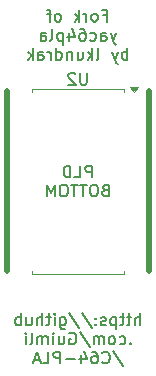
<source format=gbr>
%TF.GenerationSoftware,KiCad,Pcbnew,8.0.8*%
%TF.CreationDate,2025-03-10T01:42:14+01:00*%
%TF.ProjectId,C64-PLA,4336342d-504c-4412-9e6b-696361645f70,rev?*%
%TF.SameCoordinates,Original*%
%TF.FileFunction,Legend,Bot*%
%TF.FilePolarity,Positive*%
%FSLAX46Y46*%
G04 Gerber Fmt 4.6, Leading zero omitted, Abs format (unit mm)*
G04 Created by KiCad (PCBNEW 8.0.8) date 2025-03-10 01:42:14*
%MOMM*%
%LPD*%
G01*
G04 APERTURE LIST*
%ADD10C,0.500000*%
%ADD11C,0.150000*%
%ADD12C,0.120000*%
G04 APERTURE END LIST*
D10*
X112706500Y-70167500D02*
X112706500Y-54927500D01*
X100641500Y-54927500D02*
X100641500Y-70167500D01*
D11*
X111935904Y-74727375D02*
X111935904Y-73727375D01*
X111507333Y-74727375D02*
X111507333Y-74203565D01*
X111507333Y-74203565D02*
X111554952Y-74108327D01*
X111554952Y-74108327D02*
X111650190Y-74060708D01*
X111650190Y-74060708D02*
X111793047Y-74060708D01*
X111793047Y-74060708D02*
X111888285Y-74108327D01*
X111888285Y-74108327D02*
X111935904Y-74155946D01*
X111173999Y-74060708D02*
X110793047Y-74060708D01*
X111031142Y-73727375D02*
X111031142Y-74584517D01*
X111031142Y-74584517D02*
X110983523Y-74679756D01*
X110983523Y-74679756D02*
X110888285Y-74727375D01*
X110888285Y-74727375D02*
X110793047Y-74727375D01*
X110602570Y-74060708D02*
X110221618Y-74060708D01*
X110459713Y-73727375D02*
X110459713Y-74584517D01*
X110459713Y-74584517D02*
X110412094Y-74679756D01*
X110412094Y-74679756D02*
X110316856Y-74727375D01*
X110316856Y-74727375D02*
X110221618Y-74727375D01*
X109888284Y-74060708D02*
X109888284Y-75060708D01*
X109888284Y-74108327D02*
X109793046Y-74060708D01*
X109793046Y-74060708D02*
X109602570Y-74060708D01*
X109602570Y-74060708D02*
X109507332Y-74108327D01*
X109507332Y-74108327D02*
X109459713Y-74155946D01*
X109459713Y-74155946D02*
X109412094Y-74251184D01*
X109412094Y-74251184D02*
X109412094Y-74536898D01*
X109412094Y-74536898D02*
X109459713Y-74632136D01*
X109459713Y-74632136D02*
X109507332Y-74679756D01*
X109507332Y-74679756D02*
X109602570Y-74727375D01*
X109602570Y-74727375D02*
X109793046Y-74727375D01*
X109793046Y-74727375D02*
X109888284Y-74679756D01*
X109031141Y-74679756D02*
X108935903Y-74727375D01*
X108935903Y-74727375D02*
X108745427Y-74727375D01*
X108745427Y-74727375D02*
X108650189Y-74679756D01*
X108650189Y-74679756D02*
X108602570Y-74584517D01*
X108602570Y-74584517D02*
X108602570Y-74536898D01*
X108602570Y-74536898D02*
X108650189Y-74441660D01*
X108650189Y-74441660D02*
X108745427Y-74394041D01*
X108745427Y-74394041D02*
X108888284Y-74394041D01*
X108888284Y-74394041D02*
X108983522Y-74346422D01*
X108983522Y-74346422D02*
X109031141Y-74251184D01*
X109031141Y-74251184D02*
X109031141Y-74203565D01*
X109031141Y-74203565D02*
X108983522Y-74108327D01*
X108983522Y-74108327D02*
X108888284Y-74060708D01*
X108888284Y-74060708D02*
X108745427Y-74060708D01*
X108745427Y-74060708D02*
X108650189Y-74108327D01*
X108173998Y-74632136D02*
X108126379Y-74679756D01*
X108126379Y-74679756D02*
X108173998Y-74727375D01*
X108173998Y-74727375D02*
X108221617Y-74679756D01*
X108221617Y-74679756D02*
X108173998Y-74632136D01*
X108173998Y-74632136D02*
X108173998Y-74727375D01*
X108173998Y-74108327D02*
X108126379Y-74155946D01*
X108126379Y-74155946D02*
X108173998Y-74203565D01*
X108173998Y-74203565D02*
X108221617Y-74155946D01*
X108221617Y-74155946D02*
X108173998Y-74108327D01*
X108173998Y-74108327D02*
X108173998Y-74203565D01*
X106983523Y-73679756D02*
X107840665Y-74965470D01*
X105935904Y-73679756D02*
X106793046Y-74965470D01*
X105173999Y-74060708D02*
X105173999Y-74870232D01*
X105173999Y-74870232D02*
X105221618Y-74965470D01*
X105221618Y-74965470D02*
X105269237Y-75013089D01*
X105269237Y-75013089D02*
X105364475Y-75060708D01*
X105364475Y-75060708D02*
X105507332Y-75060708D01*
X105507332Y-75060708D02*
X105602570Y-75013089D01*
X105173999Y-74679756D02*
X105269237Y-74727375D01*
X105269237Y-74727375D02*
X105459713Y-74727375D01*
X105459713Y-74727375D02*
X105554951Y-74679756D01*
X105554951Y-74679756D02*
X105602570Y-74632136D01*
X105602570Y-74632136D02*
X105650189Y-74536898D01*
X105650189Y-74536898D02*
X105650189Y-74251184D01*
X105650189Y-74251184D02*
X105602570Y-74155946D01*
X105602570Y-74155946D02*
X105554951Y-74108327D01*
X105554951Y-74108327D02*
X105459713Y-74060708D01*
X105459713Y-74060708D02*
X105269237Y-74060708D01*
X105269237Y-74060708D02*
X105173999Y-74108327D01*
X104697808Y-74727375D02*
X104697808Y-74060708D01*
X104697808Y-73727375D02*
X104745427Y-73774994D01*
X104745427Y-73774994D02*
X104697808Y-73822613D01*
X104697808Y-73822613D02*
X104650189Y-73774994D01*
X104650189Y-73774994D02*
X104697808Y-73727375D01*
X104697808Y-73727375D02*
X104697808Y-73822613D01*
X104364475Y-74060708D02*
X103983523Y-74060708D01*
X104221618Y-73727375D02*
X104221618Y-74584517D01*
X104221618Y-74584517D02*
X104173999Y-74679756D01*
X104173999Y-74679756D02*
X104078761Y-74727375D01*
X104078761Y-74727375D02*
X103983523Y-74727375D01*
X103650189Y-74727375D02*
X103650189Y-73727375D01*
X103221618Y-74727375D02*
X103221618Y-74203565D01*
X103221618Y-74203565D02*
X103269237Y-74108327D01*
X103269237Y-74108327D02*
X103364475Y-74060708D01*
X103364475Y-74060708D02*
X103507332Y-74060708D01*
X103507332Y-74060708D02*
X103602570Y-74108327D01*
X103602570Y-74108327D02*
X103650189Y-74155946D01*
X102316856Y-74060708D02*
X102316856Y-74727375D01*
X102745427Y-74060708D02*
X102745427Y-74584517D01*
X102745427Y-74584517D02*
X102697808Y-74679756D01*
X102697808Y-74679756D02*
X102602570Y-74727375D01*
X102602570Y-74727375D02*
X102459713Y-74727375D01*
X102459713Y-74727375D02*
X102364475Y-74679756D01*
X102364475Y-74679756D02*
X102316856Y-74632136D01*
X101840665Y-74727375D02*
X101840665Y-73727375D01*
X101840665Y-74108327D02*
X101745427Y-74060708D01*
X101745427Y-74060708D02*
X101554951Y-74060708D01*
X101554951Y-74060708D02*
X101459713Y-74108327D01*
X101459713Y-74108327D02*
X101412094Y-74155946D01*
X101412094Y-74155946D02*
X101364475Y-74251184D01*
X101364475Y-74251184D02*
X101364475Y-74536898D01*
X101364475Y-74536898D02*
X101412094Y-74632136D01*
X101412094Y-74632136D02*
X101459713Y-74679756D01*
X101459713Y-74679756D02*
X101554951Y-74727375D01*
X101554951Y-74727375D02*
X101745427Y-74727375D01*
X101745427Y-74727375D02*
X101840665Y-74679756D01*
X111102570Y-76242080D02*
X111054951Y-76289700D01*
X111054951Y-76289700D02*
X111102570Y-76337319D01*
X111102570Y-76337319D02*
X111150189Y-76289700D01*
X111150189Y-76289700D02*
X111102570Y-76242080D01*
X111102570Y-76242080D02*
X111102570Y-76337319D01*
X110197809Y-76289700D02*
X110293047Y-76337319D01*
X110293047Y-76337319D02*
X110483523Y-76337319D01*
X110483523Y-76337319D02*
X110578761Y-76289700D01*
X110578761Y-76289700D02*
X110626380Y-76242080D01*
X110626380Y-76242080D02*
X110673999Y-76146842D01*
X110673999Y-76146842D02*
X110673999Y-75861128D01*
X110673999Y-75861128D02*
X110626380Y-75765890D01*
X110626380Y-75765890D02*
X110578761Y-75718271D01*
X110578761Y-75718271D02*
X110483523Y-75670652D01*
X110483523Y-75670652D02*
X110293047Y-75670652D01*
X110293047Y-75670652D02*
X110197809Y-75718271D01*
X109626380Y-76337319D02*
X109721618Y-76289700D01*
X109721618Y-76289700D02*
X109769237Y-76242080D01*
X109769237Y-76242080D02*
X109816856Y-76146842D01*
X109816856Y-76146842D02*
X109816856Y-75861128D01*
X109816856Y-75861128D02*
X109769237Y-75765890D01*
X109769237Y-75765890D02*
X109721618Y-75718271D01*
X109721618Y-75718271D02*
X109626380Y-75670652D01*
X109626380Y-75670652D02*
X109483523Y-75670652D01*
X109483523Y-75670652D02*
X109388285Y-75718271D01*
X109388285Y-75718271D02*
X109340666Y-75765890D01*
X109340666Y-75765890D02*
X109293047Y-75861128D01*
X109293047Y-75861128D02*
X109293047Y-76146842D01*
X109293047Y-76146842D02*
X109340666Y-76242080D01*
X109340666Y-76242080D02*
X109388285Y-76289700D01*
X109388285Y-76289700D02*
X109483523Y-76337319D01*
X109483523Y-76337319D02*
X109626380Y-76337319D01*
X108864475Y-76337319D02*
X108864475Y-75670652D01*
X108864475Y-75765890D02*
X108816856Y-75718271D01*
X108816856Y-75718271D02*
X108721618Y-75670652D01*
X108721618Y-75670652D02*
X108578761Y-75670652D01*
X108578761Y-75670652D02*
X108483523Y-75718271D01*
X108483523Y-75718271D02*
X108435904Y-75813509D01*
X108435904Y-75813509D02*
X108435904Y-76337319D01*
X108435904Y-75813509D02*
X108388285Y-75718271D01*
X108388285Y-75718271D02*
X108293047Y-75670652D01*
X108293047Y-75670652D02*
X108150190Y-75670652D01*
X108150190Y-75670652D02*
X108054951Y-75718271D01*
X108054951Y-75718271D02*
X108007332Y-75813509D01*
X108007332Y-75813509D02*
X108007332Y-76337319D01*
X106816857Y-75289700D02*
X107673999Y-76575414D01*
X105959714Y-75384938D02*
X106054952Y-75337319D01*
X106054952Y-75337319D02*
X106197809Y-75337319D01*
X106197809Y-75337319D02*
X106340666Y-75384938D01*
X106340666Y-75384938D02*
X106435904Y-75480176D01*
X106435904Y-75480176D02*
X106483523Y-75575414D01*
X106483523Y-75575414D02*
X106531142Y-75765890D01*
X106531142Y-75765890D02*
X106531142Y-75908747D01*
X106531142Y-75908747D02*
X106483523Y-76099223D01*
X106483523Y-76099223D02*
X106435904Y-76194461D01*
X106435904Y-76194461D02*
X106340666Y-76289700D01*
X106340666Y-76289700D02*
X106197809Y-76337319D01*
X106197809Y-76337319D02*
X106102571Y-76337319D01*
X106102571Y-76337319D02*
X105959714Y-76289700D01*
X105959714Y-76289700D02*
X105912095Y-76242080D01*
X105912095Y-76242080D02*
X105912095Y-75908747D01*
X105912095Y-75908747D02*
X106102571Y-75908747D01*
X105054952Y-75670652D02*
X105054952Y-76337319D01*
X105483523Y-75670652D02*
X105483523Y-76194461D01*
X105483523Y-76194461D02*
X105435904Y-76289700D01*
X105435904Y-76289700D02*
X105340666Y-76337319D01*
X105340666Y-76337319D02*
X105197809Y-76337319D01*
X105197809Y-76337319D02*
X105102571Y-76289700D01*
X105102571Y-76289700D02*
X105054952Y-76242080D01*
X104578761Y-76337319D02*
X104578761Y-75670652D01*
X104578761Y-75337319D02*
X104626380Y-75384938D01*
X104626380Y-75384938D02*
X104578761Y-75432557D01*
X104578761Y-75432557D02*
X104531142Y-75384938D01*
X104531142Y-75384938D02*
X104578761Y-75337319D01*
X104578761Y-75337319D02*
X104578761Y-75432557D01*
X104102571Y-76337319D02*
X104102571Y-75670652D01*
X104102571Y-75765890D02*
X104054952Y-75718271D01*
X104054952Y-75718271D02*
X103959714Y-75670652D01*
X103959714Y-75670652D02*
X103816857Y-75670652D01*
X103816857Y-75670652D02*
X103721619Y-75718271D01*
X103721619Y-75718271D02*
X103674000Y-75813509D01*
X103674000Y-75813509D02*
X103674000Y-76337319D01*
X103674000Y-75813509D02*
X103626381Y-75718271D01*
X103626381Y-75718271D02*
X103531143Y-75670652D01*
X103531143Y-75670652D02*
X103388286Y-75670652D01*
X103388286Y-75670652D02*
X103293047Y-75718271D01*
X103293047Y-75718271D02*
X103245428Y-75813509D01*
X103245428Y-75813509D02*
X103245428Y-76337319D01*
X102626381Y-76337319D02*
X102721619Y-76289700D01*
X102721619Y-76289700D02*
X102769238Y-76194461D01*
X102769238Y-76194461D02*
X102769238Y-75337319D01*
X102245428Y-76337319D02*
X102245428Y-75670652D01*
X102245428Y-75337319D02*
X102293047Y-75384938D01*
X102293047Y-75384938D02*
X102245428Y-75432557D01*
X102245428Y-75432557D02*
X102197809Y-75384938D01*
X102197809Y-75384938D02*
X102245428Y-75337319D01*
X102245428Y-75337319D02*
X102245428Y-75432557D01*
X109650190Y-76899644D02*
X110507332Y-78185358D01*
X108745428Y-77852024D02*
X108793047Y-77899644D01*
X108793047Y-77899644D02*
X108935904Y-77947263D01*
X108935904Y-77947263D02*
X109031142Y-77947263D01*
X109031142Y-77947263D02*
X109173999Y-77899644D01*
X109173999Y-77899644D02*
X109269237Y-77804405D01*
X109269237Y-77804405D02*
X109316856Y-77709167D01*
X109316856Y-77709167D02*
X109364475Y-77518691D01*
X109364475Y-77518691D02*
X109364475Y-77375834D01*
X109364475Y-77375834D02*
X109316856Y-77185358D01*
X109316856Y-77185358D02*
X109269237Y-77090120D01*
X109269237Y-77090120D02*
X109173999Y-76994882D01*
X109173999Y-76994882D02*
X109031142Y-76947263D01*
X109031142Y-76947263D02*
X108935904Y-76947263D01*
X108935904Y-76947263D02*
X108793047Y-76994882D01*
X108793047Y-76994882D02*
X108745428Y-77042501D01*
X107888285Y-76947263D02*
X108078761Y-76947263D01*
X108078761Y-76947263D02*
X108173999Y-76994882D01*
X108173999Y-76994882D02*
X108221618Y-77042501D01*
X108221618Y-77042501D02*
X108316856Y-77185358D01*
X108316856Y-77185358D02*
X108364475Y-77375834D01*
X108364475Y-77375834D02*
X108364475Y-77756786D01*
X108364475Y-77756786D02*
X108316856Y-77852024D01*
X108316856Y-77852024D02*
X108269237Y-77899644D01*
X108269237Y-77899644D02*
X108173999Y-77947263D01*
X108173999Y-77947263D02*
X107983523Y-77947263D01*
X107983523Y-77947263D02*
X107888285Y-77899644D01*
X107888285Y-77899644D02*
X107840666Y-77852024D01*
X107840666Y-77852024D02*
X107793047Y-77756786D01*
X107793047Y-77756786D02*
X107793047Y-77518691D01*
X107793047Y-77518691D02*
X107840666Y-77423453D01*
X107840666Y-77423453D02*
X107888285Y-77375834D01*
X107888285Y-77375834D02*
X107983523Y-77328215D01*
X107983523Y-77328215D02*
X108173999Y-77328215D01*
X108173999Y-77328215D02*
X108269237Y-77375834D01*
X108269237Y-77375834D02*
X108316856Y-77423453D01*
X108316856Y-77423453D02*
X108364475Y-77518691D01*
X106935904Y-77280596D02*
X106935904Y-77947263D01*
X107173999Y-76899644D02*
X107412094Y-77613929D01*
X107412094Y-77613929D02*
X106793047Y-77613929D01*
X106412094Y-77566310D02*
X105650190Y-77566310D01*
X105173999Y-77947263D02*
X105173999Y-76947263D01*
X105173999Y-76947263D02*
X104793047Y-76947263D01*
X104793047Y-76947263D02*
X104697809Y-76994882D01*
X104697809Y-76994882D02*
X104650190Y-77042501D01*
X104650190Y-77042501D02*
X104602571Y-77137739D01*
X104602571Y-77137739D02*
X104602571Y-77280596D01*
X104602571Y-77280596D02*
X104650190Y-77375834D01*
X104650190Y-77375834D02*
X104697809Y-77423453D01*
X104697809Y-77423453D02*
X104793047Y-77471072D01*
X104793047Y-77471072D02*
X105173999Y-77471072D01*
X103697809Y-77947263D02*
X104173999Y-77947263D01*
X104173999Y-77947263D02*
X104173999Y-76947263D01*
X103412094Y-77661548D02*
X102935904Y-77661548D01*
X103507332Y-77947263D02*
X103173999Y-76947263D01*
X103173999Y-76947263D02*
X102840666Y-77947263D01*
X107840666Y-62197347D02*
X107840666Y-61197347D01*
X107840666Y-61197347D02*
X107459714Y-61197347D01*
X107459714Y-61197347D02*
X107364476Y-61244966D01*
X107364476Y-61244966D02*
X107316857Y-61292585D01*
X107316857Y-61292585D02*
X107269238Y-61387823D01*
X107269238Y-61387823D02*
X107269238Y-61530680D01*
X107269238Y-61530680D02*
X107316857Y-61625918D01*
X107316857Y-61625918D02*
X107364476Y-61673537D01*
X107364476Y-61673537D02*
X107459714Y-61721156D01*
X107459714Y-61721156D02*
X107840666Y-61721156D01*
X106364476Y-62197347D02*
X106840666Y-62197347D01*
X106840666Y-62197347D02*
X106840666Y-61197347D01*
X106031142Y-62197347D02*
X106031142Y-61197347D01*
X106031142Y-61197347D02*
X105793047Y-61197347D01*
X105793047Y-61197347D02*
X105650190Y-61244966D01*
X105650190Y-61244966D02*
X105554952Y-61340204D01*
X105554952Y-61340204D02*
X105507333Y-61435442D01*
X105507333Y-61435442D02*
X105459714Y-61625918D01*
X105459714Y-61625918D02*
X105459714Y-61768775D01*
X105459714Y-61768775D02*
X105507333Y-61959251D01*
X105507333Y-61959251D02*
X105554952Y-62054489D01*
X105554952Y-62054489D02*
X105650190Y-62149728D01*
X105650190Y-62149728D02*
X105793047Y-62197347D01*
X105793047Y-62197347D02*
X106031142Y-62197347D01*
X108983523Y-63283481D02*
X108840666Y-63331100D01*
X108840666Y-63331100D02*
X108793047Y-63378719D01*
X108793047Y-63378719D02*
X108745428Y-63473957D01*
X108745428Y-63473957D02*
X108745428Y-63616814D01*
X108745428Y-63616814D02*
X108793047Y-63712052D01*
X108793047Y-63712052D02*
X108840666Y-63759672D01*
X108840666Y-63759672D02*
X108935904Y-63807291D01*
X108935904Y-63807291D02*
X109316856Y-63807291D01*
X109316856Y-63807291D02*
X109316856Y-62807291D01*
X109316856Y-62807291D02*
X108983523Y-62807291D01*
X108983523Y-62807291D02*
X108888285Y-62854910D01*
X108888285Y-62854910D02*
X108840666Y-62902529D01*
X108840666Y-62902529D02*
X108793047Y-62997767D01*
X108793047Y-62997767D02*
X108793047Y-63093005D01*
X108793047Y-63093005D02*
X108840666Y-63188243D01*
X108840666Y-63188243D02*
X108888285Y-63235862D01*
X108888285Y-63235862D02*
X108983523Y-63283481D01*
X108983523Y-63283481D02*
X109316856Y-63283481D01*
X108126380Y-62807291D02*
X107935904Y-62807291D01*
X107935904Y-62807291D02*
X107840666Y-62854910D01*
X107840666Y-62854910D02*
X107745428Y-62950148D01*
X107745428Y-62950148D02*
X107697809Y-63140624D01*
X107697809Y-63140624D02*
X107697809Y-63473957D01*
X107697809Y-63473957D02*
X107745428Y-63664433D01*
X107745428Y-63664433D02*
X107840666Y-63759672D01*
X107840666Y-63759672D02*
X107935904Y-63807291D01*
X107935904Y-63807291D02*
X108126380Y-63807291D01*
X108126380Y-63807291D02*
X108221618Y-63759672D01*
X108221618Y-63759672D02*
X108316856Y-63664433D01*
X108316856Y-63664433D02*
X108364475Y-63473957D01*
X108364475Y-63473957D02*
X108364475Y-63140624D01*
X108364475Y-63140624D02*
X108316856Y-62950148D01*
X108316856Y-62950148D02*
X108221618Y-62854910D01*
X108221618Y-62854910D02*
X108126380Y-62807291D01*
X107412094Y-62807291D02*
X106840666Y-62807291D01*
X107126380Y-63807291D02*
X107126380Y-62807291D01*
X106650189Y-62807291D02*
X106078761Y-62807291D01*
X106364475Y-63807291D02*
X106364475Y-62807291D01*
X105554951Y-62807291D02*
X105364475Y-62807291D01*
X105364475Y-62807291D02*
X105269237Y-62854910D01*
X105269237Y-62854910D02*
X105173999Y-62950148D01*
X105173999Y-62950148D02*
X105126380Y-63140624D01*
X105126380Y-63140624D02*
X105126380Y-63473957D01*
X105126380Y-63473957D02*
X105173999Y-63664433D01*
X105173999Y-63664433D02*
X105269237Y-63759672D01*
X105269237Y-63759672D02*
X105364475Y-63807291D01*
X105364475Y-63807291D02*
X105554951Y-63807291D01*
X105554951Y-63807291D02*
X105650189Y-63759672D01*
X105650189Y-63759672D02*
X105745427Y-63664433D01*
X105745427Y-63664433D02*
X105793046Y-63473957D01*
X105793046Y-63473957D02*
X105793046Y-63140624D01*
X105793046Y-63140624D02*
X105745427Y-62950148D01*
X105745427Y-62950148D02*
X105650189Y-62854910D01*
X105650189Y-62854910D02*
X105554951Y-62807291D01*
X104697808Y-63807291D02*
X104697808Y-62807291D01*
X104697808Y-62807291D02*
X104364475Y-63521576D01*
X104364475Y-63521576D02*
X104031142Y-62807291D01*
X104031142Y-62807291D02*
X104031142Y-63807291D01*
X108816857Y-48486065D02*
X109150190Y-48486065D01*
X109150190Y-49009875D02*
X109150190Y-48009875D01*
X109150190Y-48009875D02*
X108674000Y-48009875D01*
X108150190Y-49009875D02*
X108245428Y-48962256D01*
X108245428Y-48962256D02*
X108293047Y-48914636D01*
X108293047Y-48914636D02*
X108340666Y-48819398D01*
X108340666Y-48819398D02*
X108340666Y-48533684D01*
X108340666Y-48533684D02*
X108293047Y-48438446D01*
X108293047Y-48438446D02*
X108245428Y-48390827D01*
X108245428Y-48390827D02*
X108150190Y-48343208D01*
X108150190Y-48343208D02*
X108007333Y-48343208D01*
X108007333Y-48343208D02*
X107912095Y-48390827D01*
X107912095Y-48390827D02*
X107864476Y-48438446D01*
X107864476Y-48438446D02*
X107816857Y-48533684D01*
X107816857Y-48533684D02*
X107816857Y-48819398D01*
X107816857Y-48819398D02*
X107864476Y-48914636D01*
X107864476Y-48914636D02*
X107912095Y-48962256D01*
X107912095Y-48962256D02*
X108007333Y-49009875D01*
X108007333Y-49009875D02*
X108150190Y-49009875D01*
X107388285Y-49009875D02*
X107388285Y-48343208D01*
X107388285Y-48533684D02*
X107340666Y-48438446D01*
X107340666Y-48438446D02*
X107293047Y-48390827D01*
X107293047Y-48390827D02*
X107197809Y-48343208D01*
X107197809Y-48343208D02*
X107102571Y-48343208D01*
X106769237Y-49009875D02*
X106769237Y-48009875D01*
X106673999Y-48628922D02*
X106388285Y-49009875D01*
X106388285Y-48343208D02*
X106769237Y-48724160D01*
X105054951Y-49009875D02*
X105150189Y-48962256D01*
X105150189Y-48962256D02*
X105197808Y-48914636D01*
X105197808Y-48914636D02*
X105245427Y-48819398D01*
X105245427Y-48819398D02*
X105245427Y-48533684D01*
X105245427Y-48533684D02*
X105197808Y-48438446D01*
X105197808Y-48438446D02*
X105150189Y-48390827D01*
X105150189Y-48390827D02*
X105054951Y-48343208D01*
X105054951Y-48343208D02*
X104912094Y-48343208D01*
X104912094Y-48343208D02*
X104816856Y-48390827D01*
X104816856Y-48390827D02*
X104769237Y-48438446D01*
X104769237Y-48438446D02*
X104721618Y-48533684D01*
X104721618Y-48533684D02*
X104721618Y-48819398D01*
X104721618Y-48819398D02*
X104769237Y-48914636D01*
X104769237Y-48914636D02*
X104816856Y-48962256D01*
X104816856Y-48962256D02*
X104912094Y-49009875D01*
X104912094Y-49009875D02*
X105054951Y-49009875D01*
X104435903Y-48343208D02*
X104054951Y-48343208D01*
X104293046Y-49009875D02*
X104293046Y-48152732D01*
X104293046Y-48152732D02*
X104245427Y-48057494D01*
X104245427Y-48057494D02*
X104150189Y-48009875D01*
X104150189Y-48009875D02*
X104054951Y-48009875D01*
X109912095Y-49953152D02*
X109674000Y-50619819D01*
X109435905Y-49953152D02*
X109674000Y-50619819D01*
X109674000Y-50619819D02*
X109769238Y-50857914D01*
X109769238Y-50857914D02*
X109816857Y-50905533D01*
X109816857Y-50905533D02*
X109912095Y-50953152D01*
X108626381Y-50619819D02*
X108626381Y-50096009D01*
X108626381Y-50096009D02*
X108674000Y-50000771D01*
X108674000Y-50000771D02*
X108769238Y-49953152D01*
X108769238Y-49953152D02*
X108959714Y-49953152D01*
X108959714Y-49953152D02*
X109054952Y-50000771D01*
X108626381Y-50572200D02*
X108721619Y-50619819D01*
X108721619Y-50619819D02*
X108959714Y-50619819D01*
X108959714Y-50619819D02*
X109054952Y-50572200D01*
X109054952Y-50572200D02*
X109102571Y-50476961D01*
X109102571Y-50476961D02*
X109102571Y-50381723D01*
X109102571Y-50381723D02*
X109054952Y-50286485D01*
X109054952Y-50286485D02*
X108959714Y-50238866D01*
X108959714Y-50238866D02*
X108721619Y-50238866D01*
X108721619Y-50238866D02*
X108626381Y-50191247D01*
X107721619Y-50572200D02*
X107816857Y-50619819D01*
X107816857Y-50619819D02*
X108007333Y-50619819D01*
X108007333Y-50619819D02*
X108102571Y-50572200D01*
X108102571Y-50572200D02*
X108150190Y-50524580D01*
X108150190Y-50524580D02*
X108197809Y-50429342D01*
X108197809Y-50429342D02*
X108197809Y-50143628D01*
X108197809Y-50143628D02*
X108150190Y-50048390D01*
X108150190Y-50048390D02*
X108102571Y-50000771D01*
X108102571Y-50000771D02*
X108007333Y-49953152D01*
X108007333Y-49953152D02*
X107816857Y-49953152D01*
X107816857Y-49953152D02*
X107721619Y-50000771D01*
X106864476Y-49619819D02*
X107054952Y-49619819D01*
X107054952Y-49619819D02*
X107150190Y-49667438D01*
X107150190Y-49667438D02*
X107197809Y-49715057D01*
X107197809Y-49715057D02*
X107293047Y-49857914D01*
X107293047Y-49857914D02*
X107340666Y-50048390D01*
X107340666Y-50048390D02*
X107340666Y-50429342D01*
X107340666Y-50429342D02*
X107293047Y-50524580D01*
X107293047Y-50524580D02*
X107245428Y-50572200D01*
X107245428Y-50572200D02*
X107150190Y-50619819D01*
X107150190Y-50619819D02*
X106959714Y-50619819D01*
X106959714Y-50619819D02*
X106864476Y-50572200D01*
X106864476Y-50572200D02*
X106816857Y-50524580D01*
X106816857Y-50524580D02*
X106769238Y-50429342D01*
X106769238Y-50429342D02*
X106769238Y-50191247D01*
X106769238Y-50191247D02*
X106816857Y-50096009D01*
X106816857Y-50096009D02*
X106864476Y-50048390D01*
X106864476Y-50048390D02*
X106959714Y-50000771D01*
X106959714Y-50000771D02*
X107150190Y-50000771D01*
X107150190Y-50000771D02*
X107245428Y-50048390D01*
X107245428Y-50048390D02*
X107293047Y-50096009D01*
X107293047Y-50096009D02*
X107340666Y-50191247D01*
X105912095Y-49953152D02*
X105912095Y-50619819D01*
X106150190Y-49572200D02*
X106388285Y-50286485D01*
X106388285Y-50286485D02*
X105769238Y-50286485D01*
X105388285Y-49953152D02*
X105388285Y-50953152D01*
X105388285Y-50000771D02*
X105293047Y-49953152D01*
X105293047Y-49953152D02*
X105102571Y-49953152D01*
X105102571Y-49953152D02*
X105007333Y-50000771D01*
X105007333Y-50000771D02*
X104959714Y-50048390D01*
X104959714Y-50048390D02*
X104912095Y-50143628D01*
X104912095Y-50143628D02*
X104912095Y-50429342D01*
X104912095Y-50429342D02*
X104959714Y-50524580D01*
X104959714Y-50524580D02*
X105007333Y-50572200D01*
X105007333Y-50572200D02*
X105102571Y-50619819D01*
X105102571Y-50619819D02*
X105293047Y-50619819D01*
X105293047Y-50619819D02*
X105388285Y-50572200D01*
X104340666Y-50619819D02*
X104435904Y-50572200D01*
X104435904Y-50572200D02*
X104483523Y-50476961D01*
X104483523Y-50476961D02*
X104483523Y-49619819D01*
X103531142Y-50619819D02*
X103531142Y-50096009D01*
X103531142Y-50096009D02*
X103578761Y-50000771D01*
X103578761Y-50000771D02*
X103673999Y-49953152D01*
X103673999Y-49953152D02*
X103864475Y-49953152D01*
X103864475Y-49953152D02*
X103959713Y-50000771D01*
X103531142Y-50572200D02*
X103626380Y-50619819D01*
X103626380Y-50619819D02*
X103864475Y-50619819D01*
X103864475Y-50619819D02*
X103959713Y-50572200D01*
X103959713Y-50572200D02*
X104007332Y-50476961D01*
X104007332Y-50476961D02*
X104007332Y-50381723D01*
X104007332Y-50381723D02*
X103959713Y-50286485D01*
X103959713Y-50286485D02*
X103864475Y-50238866D01*
X103864475Y-50238866D02*
X103626380Y-50238866D01*
X103626380Y-50238866D02*
X103531142Y-50191247D01*
X110840667Y-52229763D02*
X110840667Y-51229763D01*
X110840667Y-51610715D02*
X110745429Y-51563096D01*
X110745429Y-51563096D02*
X110554953Y-51563096D01*
X110554953Y-51563096D02*
X110459715Y-51610715D01*
X110459715Y-51610715D02*
X110412096Y-51658334D01*
X110412096Y-51658334D02*
X110364477Y-51753572D01*
X110364477Y-51753572D02*
X110364477Y-52039286D01*
X110364477Y-52039286D02*
X110412096Y-52134524D01*
X110412096Y-52134524D02*
X110459715Y-52182144D01*
X110459715Y-52182144D02*
X110554953Y-52229763D01*
X110554953Y-52229763D02*
X110745429Y-52229763D01*
X110745429Y-52229763D02*
X110840667Y-52182144D01*
X110031143Y-51563096D02*
X109793048Y-52229763D01*
X109554953Y-51563096D02*
X109793048Y-52229763D01*
X109793048Y-52229763D02*
X109888286Y-52467858D01*
X109888286Y-52467858D02*
X109935905Y-52515477D01*
X109935905Y-52515477D02*
X110031143Y-52563096D01*
X108269238Y-52229763D02*
X108364476Y-52182144D01*
X108364476Y-52182144D02*
X108412095Y-52086905D01*
X108412095Y-52086905D02*
X108412095Y-51229763D01*
X107888285Y-52229763D02*
X107888285Y-51229763D01*
X107793047Y-51848810D02*
X107507333Y-52229763D01*
X107507333Y-51563096D02*
X107888285Y-51944048D01*
X106650190Y-51563096D02*
X106650190Y-52229763D01*
X107078761Y-51563096D02*
X107078761Y-52086905D01*
X107078761Y-52086905D02*
X107031142Y-52182144D01*
X107031142Y-52182144D02*
X106935904Y-52229763D01*
X106935904Y-52229763D02*
X106793047Y-52229763D01*
X106793047Y-52229763D02*
X106697809Y-52182144D01*
X106697809Y-52182144D02*
X106650190Y-52134524D01*
X106173999Y-51563096D02*
X106173999Y-52229763D01*
X106173999Y-51658334D02*
X106126380Y-51610715D01*
X106126380Y-51610715D02*
X106031142Y-51563096D01*
X106031142Y-51563096D02*
X105888285Y-51563096D01*
X105888285Y-51563096D02*
X105793047Y-51610715D01*
X105793047Y-51610715D02*
X105745428Y-51705953D01*
X105745428Y-51705953D02*
X105745428Y-52229763D01*
X104840666Y-52229763D02*
X104840666Y-51229763D01*
X104840666Y-52182144D02*
X104935904Y-52229763D01*
X104935904Y-52229763D02*
X105126380Y-52229763D01*
X105126380Y-52229763D02*
X105221618Y-52182144D01*
X105221618Y-52182144D02*
X105269237Y-52134524D01*
X105269237Y-52134524D02*
X105316856Y-52039286D01*
X105316856Y-52039286D02*
X105316856Y-51753572D01*
X105316856Y-51753572D02*
X105269237Y-51658334D01*
X105269237Y-51658334D02*
X105221618Y-51610715D01*
X105221618Y-51610715D02*
X105126380Y-51563096D01*
X105126380Y-51563096D02*
X104935904Y-51563096D01*
X104935904Y-51563096D02*
X104840666Y-51610715D01*
X104364475Y-52229763D02*
X104364475Y-51563096D01*
X104364475Y-51753572D02*
X104316856Y-51658334D01*
X104316856Y-51658334D02*
X104269237Y-51610715D01*
X104269237Y-51610715D02*
X104173999Y-51563096D01*
X104173999Y-51563096D02*
X104078761Y-51563096D01*
X103316856Y-52229763D02*
X103316856Y-51705953D01*
X103316856Y-51705953D02*
X103364475Y-51610715D01*
X103364475Y-51610715D02*
X103459713Y-51563096D01*
X103459713Y-51563096D02*
X103650189Y-51563096D01*
X103650189Y-51563096D02*
X103745427Y-51610715D01*
X103316856Y-52182144D02*
X103412094Y-52229763D01*
X103412094Y-52229763D02*
X103650189Y-52229763D01*
X103650189Y-52229763D02*
X103745427Y-52182144D01*
X103745427Y-52182144D02*
X103793046Y-52086905D01*
X103793046Y-52086905D02*
X103793046Y-51991667D01*
X103793046Y-51991667D02*
X103745427Y-51896429D01*
X103745427Y-51896429D02*
X103650189Y-51848810D01*
X103650189Y-51848810D02*
X103412094Y-51848810D01*
X103412094Y-51848810D02*
X103316856Y-51801191D01*
X102840665Y-52229763D02*
X102840665Y-51229763D01*
X102745427Y-51848810D02*
X102459713Y-52229763D01*
X102459713Y-51563096D02*
X102840665Y-51944048D01*
X107441904Y-53352319D02*
X107441904Y-54161842D01*
X107441904Y-54161842D02*
X107394285Y-54257080D01*
X107394285Y-54257080D02*
X107346666Y-54304700D01*
X107346666Y-54304700D02*
X107251428Y-54352319D01*
X107251428Y-54352319D02*
X107060952Y-54352319D01*
X107060952Y-54352319D02*
X106965714Y-54304700D01*
X106965714Y-54304700D02*
X106918095Y-54257080D01*
X106918095Y-54257080D02*
X106870476Y-54161842D01*
X106870476Y-54161842D02*
X106870476Y-53352319D01*
X106441904Y-53447557D02*
X106394285Y-53399938D01*
X106394285Y-53399938D02*
X106299047Y-53352319D01*
X106299047Y-53352319D02*
X106060952Y-53352319D01*
X106060952Y-53352319D02*
X105965714Y-53399938D01*
X105965714Y-53399938D02*
X105918095Y-53447557D01*
X105918095Y-53447557D02*
X105870476Y-53542795D01*
X105870476Y-53542795D02*
X105870476Y-53638033D01*
X105870476Y-53638033D02*
X105918095Y-53780890D01*
X105918095Y-53780890D02*
X106489523Y-54352319D01*
X106489523Y-54352319D02*
X105870476Y-54352319D01*
D12*
%TO.C,U2*%
X102820000Y-54737500D02*
X106680000Y-54737500D01*
X102820000Y-55002500D02*
X102820000Y-54737500D01*
X102820000Y-70092500D02*
X102820000Y-70357500D01*
X102820000Y-70357500D02*
X106680000Y-70357500D01*
X110540000Y-54737500D02*
X106680000Y-54737500D01*
X110540000Y-55002500D02*
X110540000Y-54737500D01*
X110540000Y-70092500D02*
X110540000Y-70357500D01*
X110540000Y-70357500D02*
X106680000Y-70357500D01*
X111392500Y-55002500D02*
X111052500Y-54532500D01*
X111732500Y-54532500D01*
X111392500Y-55002500D01*
G36*
X111392500Y-55002500D02*
G01*
X111052500Y-54532500D01*
X111732500Y-54532500D01*
X111392500Y-55002500D01*
G37*
%TD*%
M02*

</source>
